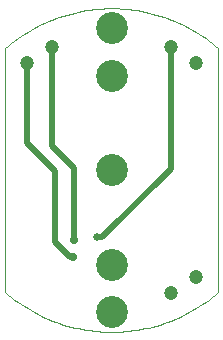
<source format=gbl>
G75*
%MOIN*%
%OFA0B0*%
%FSLAX25Y25*%
%IPPOS*%
%LPD*%
%AMOC8*
5,1,8,0,0,1.08239X$1,22.5*
%
%ADD10C,0.00004*%
%ADD11C,0.04724*%
%ADD12C,0.10630*%
%ADD13C,0.02775*%
%ADD14C,0.02000*%
%ADD15C,0.02578*%
D10*
X0001002Y0014273D02*
X0001002Y0095604D01*
X0001002Y0014273D02*
X0002000Y0013424D01*
X0003019Y0012600D01*
X0004057Y0011801D01*
X0005115Y0011027D01*
X0006191Y0010279D01*
X0007285Y0009557D01*
X0008396Y0008863D01*
X0009524Y0008195D01*
X0010667Y0007555D01*
X0011826Y0006943D01*
X0012999Y0006359D01*
X0014186Y0005804D01*
X0015387Y0005278D01*
X0016599Y0004782D01*
X0017824Y0004315D01*
X0019059Y0003877D01*
X0020305Y0003470D01*
X0021560Y0003094D01*
X0022824Y0002748D01*
X0024096Y0002432D01*
X0025375Y0002148D01*
X0026661Y0001895D01*
X0027952Y0001673D01*
X0029249Y0001483D01*
X0030550Y0001324D01*
X0031854Y0001197D01*
X0033161Y0001101D01*
X0034470Y0001038D01*
X0035780Y0001006D01*
X0037090Y0001006D01*
X0038400Y0001038D01*
X0039709Y0001101D01*
X0041016Y0001197D01*
X0042320Y0001324D01*
X0043621Y0001483D01*
X0044918Y0001673D01*
X0046209Y0001895D01*
X0047495Y0002148D01*
X0048774Y0002432D01*
X0050046Y0002748D01*
X0051310Y0003094D01*
X0052565Y0003470D01*
X0053811Y0003877D01*
X0055046Y0004315D01*
X0056271Y0004782D01*
X0057483Y0005278D01*
X0058684Y0005804D01*
X0059871Y0006359D01*
X0061044Y0006943D01*
X0062203Y0007555D01*
X0063346Y0008195D01*
X0064474Y0008863D01*
X0065585Y0009557D01*
X0066679Y0010279D01*
X0067755Y0011027D01*
X0068813Y0011801D01*
X0069851Y0012600D01*
X0070870Y0013424D01*
X0071868Y0014273D01*
X0071868Y0095604D01*
X0070870Y0096453D01*
X0069851Y0097277D01*
X0068813Y0098076D01*
X0067755Y0098850D01*
X0066679Y0099598D01*
X0065585Y0100320D01*
X0064474Y0101014D01*
X0063346Y0101682D01*
X0062203Y0102322D01*
X0061044Y0102934D01*
X0059871Y0103518D01*
X0058684Y0104073D01*
X0057483Y0104599D01*
X0056271Y0105095D01*
X0055046Y0105562D01*
X0053811Y0106000D01*
X0052565Y0106407D01*
X0051310Y0106783D01*
X0050046Y0107129D01*
X0048774Y0107445D01*
X0047495Y0107729D01*
X0046209Y0107982D01*
X0044918Y0108204D01*
X0043621Y0108394D01*
X0042320Y0108553D01*
X0041016Y0108680D01*
X0039709Y0108776D01*
X0038400Y0108839D01*
X0037090Y0108871D01*
X0035780Y0108871D01*
X0034470Y0108839D01*
X0033161Y0108776D01*
X0031854Y0108680D01*
X0030550Y0108553D01*
X0029249Y0108394D01*
X0027952Y0108204D01*
X0026661Y0107982D01*
X0025375Y0107729D01*
X0024096Y0107445D01*
X0022824Y0107129D01*
X0021560Y0106783D01*
X0020305Y0106407D01*
X0019059Y0106000D01*
X0017824Y0105562D01*
X0016599Y0105095D01*
X0015387Y0104599D01*
X0014186Y0104073D01*
X0012999Y0103518D01*
X0011826Y0102934D01*
X0010667Y0102322D01*
X0009524Y0101682D01*
X0008396Y0101014D01*
X0007285Y0100320D01*
X0006191Y0099598D01*
X0005115Y0098850D01*
X0004057Y0098076D01*
X0003019Y0097277D01*
X0002000Y0096453D01*
X0001002Y0095604D01*
D11*
X0008203Y0090687D03*
X0016683Y0095986D03*
X0056187Y0095986D03*
X0064667Y0090687D03*
X0064667Y0019190D03*
X0056187Y0013891D03*
D12*
X0036435Y0007694D03*
X0036435Y0023442D03*
X0036435Y0054938D03*
X0036435Y0086435D03*
X0036435Y0102183D03*
D13*
X0023837Y0031710D03*
X0023443Y0025805D03*
D14*
X0022656Y0025805D01*
X0017537Y0030923D01*
X0017537Y0054545D01*
X0008203Y0063880D01*
X0008203Y0090687D01*
X0016683Y0095986D02*
X0016683Y0062879D01*
X0023837Y0055726D01*
X0023837Y0031710D01*
X0031711Y0032498D02*
X0033285Y0032498D01*
X0056187Y0055399D01*
X0056187Y0095986D01*
D15*
X0031711Y0032498D03*
M02*

</source>
